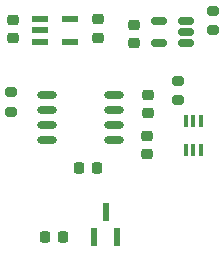
<source format=gbr>
G04 #@! TF.GenerationSoftware,KiCad,Pcbnew,8.0.1*
G04 #@! TF.CreationDate,2025-02-25T23:30:01-07:00*
G04 #@! TF.ProjectId,Temperature_Flex,54656d70-6572-4617-9475-72655f466c65,rev?*
G04 #@! TF.SameCoordinates,Original*
G04 #@! TF.FileFunction,Paste,Top*
G04 #@! TF.FilePolarity,Positive*
%FSLAX46Y46*%
G04 Gerber Fmt 4.6, Leading zero omitted, Abs format (unit mm)*
G04 Created by KiCad (PCBNEW 8.0.1) date 2025-02-25 23:30:01*
%MOMM*%
%LPD*%
G01*
G04 APERTURE LIST*
G04 Aperture macros list*
%AMRoundRect*
0 Rectangle with rounded corners*
0 $1 Rounding radius*
0 $2 $3 $4 $5 $6 $7 $8 $9 X,Y pos of 4 corners*
0 Add a 4 corners polygon primitive as box body*
4,1,4,$2,$3,$4,$5,$6,$7,$8,$9,$2,$3,0*
0 Add four circle primitives for the rounded corners*
1,1,$1+$1,$2,$3*
1,1,$1+$1,$4,$5*
1,1,$1+$1,$6,$7*
1,1,$1+$1,$8,$9*
0 Add four rect primitives between the rounded corners*
20,1,$1+$1,$2,$3,$4,$5,0*
20,1,$1+$1,$4,$5,$6,$7,0*
20,1,$1+$1,$6,$7,$8,$9,0*
20,1,$1+$1,$8,$9,$2,$3,0*%
G04 Aperture macros list end*
%ADD10R,0.449999X1.050000*%
%ADD11RoundRect,0.225000X-0.250000X0.225000X-0.250000X-0.225000X0.250000X-0.225000X0.250000X0.225000X0*%
%ADD12R,0.609600X1.625600*%
%ADD13RoundRect,0.200000X-0.275000X0.200000X-0.275000X-0.200000X0.275000X-0.200000X0.275000X0.200000X0*%
%ADD14RoundRect,0.225000X-0.225000X-0.250000X0.225000X-0.250000X0.225000X0.250000X-0.225000X0.250000X0*%
%ADD15O,1.649999X0.650001*%
%ADD16RoundRect,0.200000X0.275000X-0.200000X0.275000X0.200000X-0.275000X0.200000X-0.275000X-0.200000X0*%
%ADD17R,1.320800X0.508000*%
%ADD18RoundRect,0.225000X0.250000X-0.225000X0.250000X0.225000X-0.250000X0.225000X-0.250000X-0.225000X0*%
%ADD19RoundRect,0.150000X0.512500X0.150000X-0.512500X0.150000X-0.512500X-0.150000X0.512500X-0.150000X0*%
G04 APERTURE END LIST*
D10*
X198080000Y-67120001D03*
X198730001Y-67120001D03*
X199380000Y-67120001D03*
X199380000Y-64670001D03*
X198730001Y-64670001D03*
X198080000Y-64670001D03*
D11*
X190640000Y-56080000D03*
X190640000Y-57630000D03*
D12*
X190340040Y-74540000D03*
X192239960Y-74540000D03*
X191290000Y-72406400D03*
D13*
X183280000Y-62270000D03*
X183280000Y-63920000D03*
D14*
X186150000Y-74550000D03*
X187700000Y-74550000D03*
D15*
X186320000Y-62490000D03*
X186320000Y-63760000D03*
X186320000Y-65030000D03*
X186320000Y-66300000D03*
X191969999Y-66300000D03*
X191969999Y-65030000D03*
X191969999Y-63760000D03*
X191969999Y-62490000D03*
D16*
X200400000Y-57020000D03*
X200400000Y-55370000D03*
D13*
X197460000Y-61280000D03*
X197460000Y-62930000D03*
D17*
X185720000Y-56070000D03*
X185720000Y-57020001D03*
X185720000Y-57970002D03*
X188310800Y-57970002D03*
X188310800Y-56070000D03*
D18*
X194830000Y-67490000D03*
X194830000Y-65940000D03*
D11*
X193700000Y-56540000D03*
X193700000Y-58090000D03*
D19*
X198095000Y-58080000D03*
X198095000Y-57130000D03*
X198095000Y-56180000D03*
X195820000Y-56180000D03*
X195820000Y-58080000D03*
D11*
X194910000Y-62460000D03*
X194910000Y-64010000D03*
D14*
X189050000Y-68680000D03*
X190600000Y-68680000D03*
D11*
X183460000Y-56110000D03*
X183460000Y-57660000D03*
M02*

</source>
